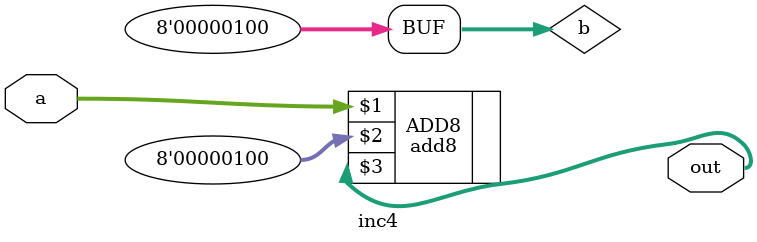
<source format=v>
`timescale 1ns / 1ps

module inc4(
    input [7:0] a,
    output [7:0] out
    );
    wire [7:0] b,
    b = 8'b00000100;
    add8 ADD8(a,b,out);
endmodule

</source>
